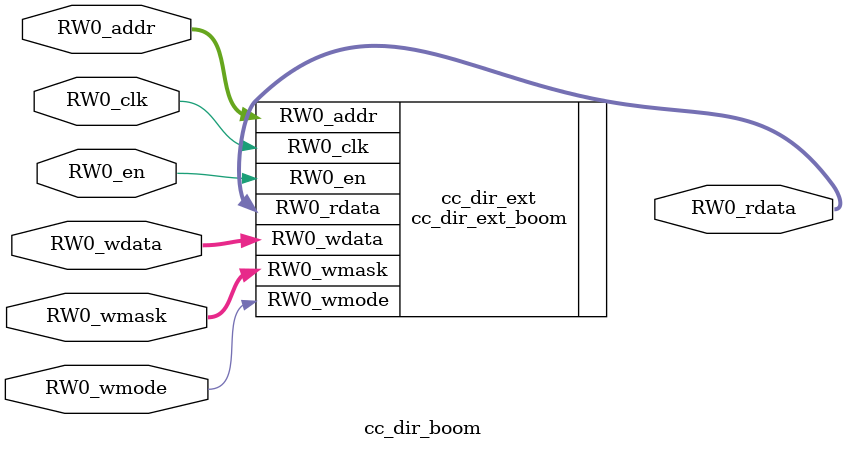
<source format=sv>
`ifndef RANDOMIZE
  `ifdef RANDOMIZE_REG_INIT
    `define RANDOMIZE
  `endif // RANDOMIZE_REG_INIT
`endif // not def RANDOMIZE
`ifndef RANDOMIZE
  `ifdef RANDOMIZE_MEM_INIT
    `define RANDOMIZE
  `endif // RANDOMIZE_MEM_INIT
`endif // not def RANDOMIZE

`ifndef RANDOM
  `define RANDOM $random
`endif // not def RANDOM

// Users can define 'PRINTF_COND' to add an extra gate to prints.
`ifndef PRINTF_COND_
  `ifdef PRINTF_COND
    `define PRINTF_COND_ (`PRINTF_COND)
  `else  // PRINTF_COND
    `define PRINTF_COND_ 1
  `endif // PRINTF_COND
`endif // not def PRINTF_COND_

// Users can define 'ASSERT_VERBOSE_COND' to add an extra gate to assert error printing.
`ifndef ASSERT_VERBOSE_COND_
  `ifdef ASSERT_VERBOSE_COND
    `define ASSERT_VERBOSE_COND_ (`ASSERT_VERBOSE_COND)
  `else  // ASSERT_VERBOSE_COND
    `define ASSERT_VERBOSE_COND_ 1
  `endif // ASSERT_VERBOSE_COND
`endif // not def ASSERT_VERBOSE_COND_

// Users can define 'STOP_COND' to add an extra gate to stop conditions.
`ifndef STOP_COND_
  `ifdef STOP_COND
    `define STOP_COND_ (`STOP_COND)
  `else  // STOP_COND
    `define STOP_COND_ 1
  `endif // STOP_COND
`endif // not def STOP_COND_

// Users can define INIT_RANDOM as general code that gets injected into the
// initializer block for modules with registers.
`ifndef INIT_RANDOM
  `define INIT_RANDOM
`endif // not def INIT_RANDOM

// If using random initialization, you can also define RANDOMIZE_DELAY to
// customize the delay used, otherwise 0.002 is used.
`ifndef RANDOMIZE_DELAY
  `define RANDOMIZE_DELAY 0.002
`endif // not def RANDOMIZE_DELAY

// Define INIT_RANDOM_PROLOG_ for use in our modules below.
`ifndef INIT_RANDOM_PROLOG_
  `ifdef RANDOMIZE
    `ifdef VERILATOR
      `define INIT_RANDOM_PROLOG_ `INIT_RANDOM
    `else  // VERILATOR
      `define INIT_RANDOM_PROLOG_ `INIT_RANDOM #`RANDOMIZE_DELAY begin end
    `endif // VERILATOR
  `else  // RANDOMIZE
    `define INIT_RANDOM_PROLOG_
  `endif // RANDOMIZE
`endif // not def INIT_RANDOM_PROLOG_

module cc_dir_boom(	// @[DescribedSRAM.scala:17:26]
  input  [9:0]   RW0_addr,
  input          RW0_en,
                 RW0_clk,
                 RW0_wmode,
  input  [159:0] RW0_wdata,
  input  [7:0]   RW0_wmask,
  output [159:0] RW0_rdata
);

  cc_dir_ext_boom cc_dir_ext (	// @[DescribedSRAM.scala:17:26]
    .RW0_addr  (RW0_addr),
    .RW0_en    (RW0_en),
    .RW0_clk   (RW0_clk),
    .RW0_wmode (RW0_wmode),
    .RW0_wdata (RW0_wdata),
    .RW0_wmask (RW0_wmask),
    .RW0_rdata (RW0_rdata)
  );
endmodule


</source>
